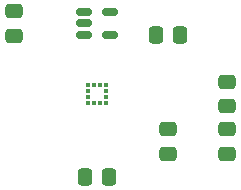
<source format=gbr>
%TF.GenerationSoftware,KiCad,Pcbnew,(6.0.0)*%
%TF.CreationDate,2023-09-19T02:50:45-04:00*%
%TF.ProjectId,AFT_x06_Magnetometer_Shield_MichaelLee,4146545f-7830-4365-9f4d-61676e65746f,rev?*%
%TF.SameCoordinates,Original*%
%TF.FileFunction,Paste,Top*%
%TF.FilePolarity,Positive*%
%FSLAX46Y46*%
G04 Gerber Fmt 4.6, Leading zero omitted, Abs format (unit mm)*
G04 Created by KiCad (PCBNEW (6.0.0)) date 2023-09-19 02:50:45*
%MOMM*%
%LPD*%
G01*
G04 APERTURE LIST*
G04 Aperture macros list*
%AMRoundRect*
0 Rectangle with rounded corners*
0 $1 Rounding radius*
0 $2 $3 $4 $5 $6 $7 $8 $9 X,Y pos of 4 corners*
0 Add a 4 corners polygon primitive as box body*
4,1,4,$2,$3,$4,$5,$6,$7,$8,$9,$2,$3,0*
0 Add four circle primitives for the rounded corners*
1,1,$1+$1,$2,$3*
1,1,$1+$1,$4,$5*
1,1,$1+$1,$6,$7*
1,1,$1+$1,$8,$9*
0 Add four rect primitives between the rounded corners*
20,1,$1+$1,$2,$3,$4,$5,0*
20,1,$1+$1,$4,$5,$6,$7,0*
20,1,$1+$1,$6,$7,$8,$9,0*
20,1,$1+$1,$8,$9,$2,$3,0*%
G04 Aperture macros list end*
%ADD10RoundRect,0.250000X0.475000X-0.337500X0.475000X0.337500X-0.475000X0.337500X-0.475000X-0.337500X0*%
%ADD11RoundRect,0.150000X-0.512500X-0.150000X0.512500X-0.150000X0.512500X0.150000X-0.512500X0.150000X0*%
%ADD12R,0.375000X0.350000*%
%ADD13R,0.350000X0.375000*%
%ADD14RoundRect,0.250000X-0.337500X-0.475000X0.337500X-0.475000X0.337500X0.475000X-0.337500X0.475000X0*%
G04 APERTURE END LIST*
D10*
%TO.C,C2*%
X161000000Y-93037500D03*
X161000000Y-90962500D03*
%TD*%
D11*
%TO.C,U1*%
X169137500Y-91050000D03*
X169137500Y-92950000D03*
X166862500Y-92950000D03*
X166862500Y-92000000D03*
X166862500Y-91050000D03*
%TD*%
D12*
%TO.C,U2*%
X167237500Y-97250000D03*
X167237500Y-97750000D03*
X167237500Y-98250000D03*
X167237500Y-98750000D03*
D13*
X167750000Y-98762500D03*
X168250000Y-98762500D03*
D12*
X168762500Y-98750000D03*
X168762500Y-98250000D03*
X168762500Y-97750000D03*
X168762500Y-97250000D03*
D13*
X168250000Y-97237500D03*
X167750000Y-97237500D03*
%TD*%
D10*
%TO.C,C5*%
X179000000Y-99037500D03*
X179000000Y-96962500D03*
%TD*%
D14*
%TO.C,C1*%
X169037500Y-105000000D03*
X166962500Y-105000000D03*
%TD*%
D10*
%TO.C,C4*%
X179000000Y-103037500D03*
X179000000Y-100962500D03*
%TD*%
D14*
%TO.C,C6*%
X175037500Y-93000000D03*
X172962500Y-93000000D03*
%TD*%
D10*
%TO.C,C3*%
X174000000Y-103037500D03*
X174000000Y-100962500D03*
%TD*%
M02*

</source>
